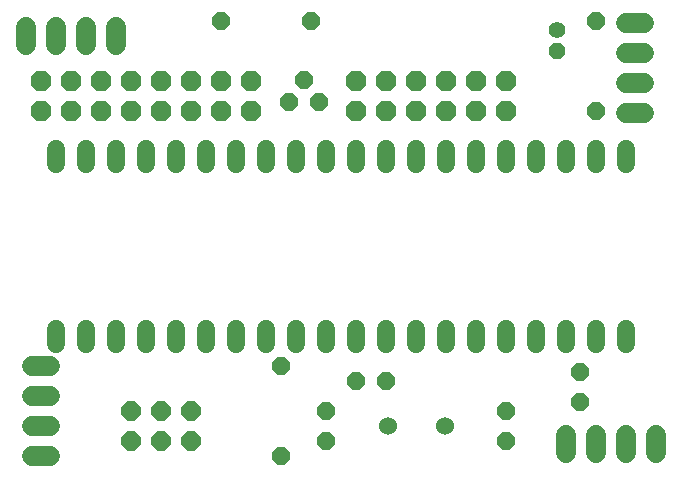
<source format=gbr>
G04 EAGLE Gerber RS-274X export*
G75*
%MOMM*%
%FSLAX34Y34*%
%LPD*%
%INSoldermask Top*%
%IPPOS*%
%AMOC8*
5,1,8,0,0,1.08239X$1,22.5*%
G01*
%ADD10P,1.539592X8X292.500000*%
%ADD11C,1.422400*%
%ADD12P,1.869504X8X22.500000*%
%ADD13C,1.727200*%
%ADD14P,1.649562X8X292.500000*%
%ADD15P,1.649562X8X202.500000*%
%ADD16P,1.649562X8X22.500000*%
%ADD17P,1.869504X8X202.500000*%
%ADD18P,1.759533X8X22.500000*%
%ADD19C,1.524000*%
%ADD20P,1.649562X8X112.500000*%
%ADD21C,1.524000*%


D10*
X792480Y609600D03*
D11*
X792480Y627380D03*
D12*
X355600Y558800D03*
X355600Y584200D03*
X381000Y558800D03*
X381000Y584200D03*
X406400Y558800D03*
X406400Y584200D03*
X431800Y558800D03*
X431800Y584200D03*
X457200Y558800D03*
X457200Y584200D03*
X482600Y558800D03*
X482600Y584200D03*
X508000Y558800D03*
X508000Y584200D03*
X533400Y558800D03*
X533400Y584200D03*
D13*
X800100Y284480D02*
X800100Y269240D01*
X825500Y269240D02*
X825500Y284480D01*
X850900Y284480D02*
X850900Y269240D01*
X876300Y269240D02*
X876300Y284480D01*
X363220Y342900D02*
X347980Y342900D01*
X347980Y317500D02*
X363220Y317500D01*
X363220Y292100D02*
X347980Y292100D01*
X347980Y266700D02*
X363220Y266700D01*
X850900Y557530D02*
X866140Y557530D01*
X866140Y582930D02*
X850900Y582930D01*
X850900Y608330D02*
X866140Y608330D01*
X866140Y633730D02*
X850900Y633730D01*
X419100Y629920D02*
X419100Y614680D01*
X393700Y614680D02*
X393700Y629920D01*
X368300Y629920D02*
X368300Y614680D01*
X342900Y614680D02*
X342900Y629920D01*
D14*
X825500Y635000D03*
X825500Y558800D03*
D15*
X584200Y635000D03*
X508000Y635000D03*
D16*
X590550Y566420D03*
X577850Y585470D03*
X565150Y566420D03*
D17*
X749300Y584200D03*
X749300Y558800D03*
X723900Y584200D03*
X723900Y558800D03*
X698500Y584200D03*
X698500Y558800D03*
X673100Y584200D03*
X673100Y558800D03*
X647700Y584200D03*
X647700Y558800D03*
X622300Y584200D03*
X622300Y558800D03*
D18*
X431800Y279400D03*
X431800Y304800D03*
X457200Y279400D03*
X457200Y304800D03*
X482600Y279400D03*
X482600Y304800D03*
D19*
X368300Y361696D02*
X368300Y374904D01*
X393700Y374904D02*
X393700Y361696D01*
X419100Y361696D02*
X419100Y374904D01*
X444500Y374904D02*
X444500Y361696D01*
X469900Y361696D02*
X469900Y374904D01*
X495300Y374904D02*
X495300Y361696D01*
X520700Y361696D02*
X520700Y374904D01*
X546100Y374904D02*
X546100Y361696D01*
X571500Y361696D02*
X571500Y374904D01*
X596900Y374904D02*
X596900Y361696D01*
X622300Y361696D02*
X622300Y374904D01*
X647700Y374904D02*
X647700Y361696D01*
X673100Y361696D02*
X673100Y374904D01*
X698500Y374904D02*
X698500Y361696D01*
X723900Y361696D02*
X723900Y374904D01*
X749300Y374904D02*
X749300Y361696D01*
X774700Y361696D02*
X774700Y374904D01*
X800100Y374904D02*
X800100Y361696D01*
X825500Y361696D02*
X825500Y374904D01*
X850900Y374904D02*
X850900Y361696D01*
X850900Y514096D02*
X850900Y527304D01*
X825500Y527304D02*
X825500Y514096D01*
X800100Y514096D02*
X800100Y527304D01*
X774700Y527304D02*
X774700Y514096D01*
X749300Y514096D02*
X749300Y527304D01*
X723900Y527304D02*
X723900Y514096D01*
X698500Y514096D02*
X698500Y527304D01*
X673100Y527304D02*
X673100Y514096D01*
X647700Y514096D02*
X647700Y527304D01*
X622300Y527304D02*
X622300Y514096D01*
X596900Y514096D02*
X596900Y527304D01*
X571500Y527304D02*
X571500Y514096D01*
X546100Y514096D02*
X546100Y527304D01*
X520700Y527304D02*
X520700Y514096D01*
X495300Y514096D02*
X495300Y527304D01*
X469900Y527304D02*
X469900Y514096D01*
X444500Y514096D02*
X444500Y527304D01*
X419100Y527304D02*
X419100Y514096D01*
X393700Y514096D02*
X393700Y527304D01*
X368300Y527304D02*
X368300Y514096D01*
D20*
X596900Y279400D03*
X596900Y304800D03*
X749300Y279400D03*
X749300Y304800D03*
D15*
X647700Y330200D03*
X622300Y330200D03*
D21*
X697230Y292100D03*
X648970Y292100D03*
D14*
X558800Y342900D03*
X558800Y266700D03*
D20*
X811530Y312420D03*
X811530Y337820D03*
M02*

</source>
